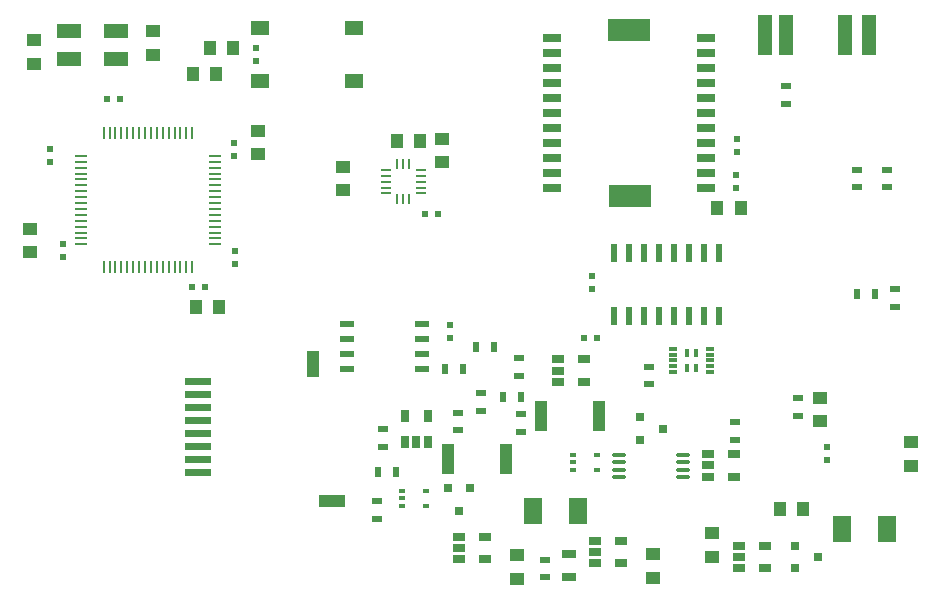
<source format=gtp>
G04 #@! TF.FileFunction,Paste,Top*
%FSLAX46Y46*%
G04 Gerber Fmt 4.6, Leading zero omitted, Abs format (unit mm)*
G04 Created by KiCad (PCBNEW 4.0.2-stable) date 08/11/2016 15:47:43*
%MOMM*%
G01*
G04 APERTURE LIST*
%ADD10C,0.100000*%
%ADD11O,1.300000X0.350000*%
%ADD12R,3.650000X1.900000*%
%ADD13R,1.500000X0.800000*%
%ADD14R,1.000000X1.250000*%
%ADD15R,0.500000X0.600000*%
%ADD16R,1.250000X1.000000*%
%ADD17R,0.600000X0.500000*%
%ADD18R,1.600200X2.199640*%
%ADD19R,0.800100X0.800100*%
%ADD20R,0.900000X0.500000*%
%ADD21R,0.500000X0.900000*%
%ADD22R,1.300000X0.700000*%
%ADD23R,1.550000X1.300000*%
%ADD24R,1.143000X0.508000*%
%ADD25R,0.600000X1.500000*%
%ADD26R,0.850000X0.250000*%
%ADD27R,0.250000X0.850000*%
%ADD28R,1.200000X3.500000*%
%ADD29R,1.060000X0.650000*%
%ADD30R,0.650000X1.060000*%
%ADD31R,0.650000X0.300000*%
%ADD32R,0.465000X0.744000*%
%ADD33R,0.508000X0.304800*%
%ADD34R,2.000000X1.300000*%
%ADD35R,0.250000X1.000000*%
%ADD36R,1.000000X0.250000*%
%ADD37R,1.000000X2.500000*%
G04 APERTURE END LIST*
D10*
D11*
X84517250Y-131095750D03*
X84517250Y-131730750D03*
X84517250Y-132365750D03*
X84517250Y-133000750D03*
X89917250Y-133000750D03*
X89917250Y-132365750D03*
X89917250Y-131730750D03*
X89917250Y-131095750D03*
D12*
X85456700Y-109215800D03*
D13*
X78856700Y-95765800D03*
X78856700Y-97085800D03*
X78856700Y-98355800D03*
X78856700Y-99625800D03*
X78856700Y-100895800D03*
X78856700Y-102165800D03*
X78856700Y-103435800D03*
X78856700Y-104705800D03*
X78856700Y-105975800D03*
X78856700Y-107245800D03*
X78856700Y-108515800D03*
X91856700Y-108515800D03*
X91856700Y-107245800D03*
X91856700Y-105975800D03*
X91856700Y-104705800D03*
X91856700Y-103435800D03*
X91856700Y-102165800D03*
X91856700Y-100895800D03*
X91856700Y-99625800D03*
X91856700Y-98355800D03*
X91856700Y-97085800D03*
X91856700Y-95815800D03*
D12*
X85356700Y-95115800D03*
D14*
X50695100Y-118579900D03*
X48695100Y-118579900D03*
D15*
X70185280Y-120069520D03*
X70185280Y-121169520D03*
X52019200Y-114900800D03*
X52019200Y-113800800D03*
D16*
X53962300Y-103635300D03*
X53962300Y-105635300D03*
D17*
X49521200Y-116890800D03*
X48421200Y-116890800D03*
D15*
X51968400Y-104707600D03*
X51968400Y-105807600D03*
X37439600Y-114342000D03*
X37439600Y-113242000D03*
D17*
X41156800Y-100990400D03*
X42256800Y-100990400D03*
D15*
X36372800Y-106315600D03*
X36372800Y-105215600D03*
X82232500Y-117072500D03*
X82232500Y-115972500D03*
X53771800Y-97755800D03*
X53771800Y-96655800D03*
D16*
X45059600Y-95215200D03*
X45059600Y-97215200D03*
X35001200Y-97977200D03*
X35001200Y-95977200D03*
X34645600Y-111928400D03*
X34645600Y-113928400D03*
D14*
X48441100Y-98831400D03*
X50441100Y-98831400D03*
X49888900Y-96672400D03*
X51888900Y-96672400D03*
D16*
X61137800Y-108708700D03*
X61137800Y-106708700D03*
D15*
X94551500Y-105464700D03*
X94551500Y-104364700D03*
D14*
X67700400Y-104533700D03*
X65700400Y-104533700D03*
D15*
X94462600Y-108525400D03*
X94462600Y-107425400D03*
D16*
X69557900Y-104333800D03*
X69557900Y-106333800D03*
D17*
X68080800Y-110731300D03*
X69180800Y-110731300D03*
X81555500Y-121158000D03*
X82655500Y-121158000D03*
D15*
X102108000Y-130412400D03*
X102108000Y-131512400D03*
D16*
X75882500Y-139589000D03*
X75882500Y-141589000D03*
X101549200Y-126254000D03*
X101549200Y-128254000D03*
X87439500Y-139525500D03*
X87439500Y-141525500D03*
X92392500Y-139747500D03*
X92392500Y-137747500D03*
D14*
X100123500Y-135699500D03*
X98123500Y-135699500D03*
D16*
X109220000Y-130013200D03*
X109220000Y-132013200D03*
D18*
X77284580Y-135826500D03*
X81084420Y-135826500D03*
X107246420Y-137350500D03*
X103446580Y-137350500D03*
D19*
X71943000Y-133873240D03*
X70043000Y-133873240D03*
X70993000Y-135872220D03*
X86273640Y-127929600D03*
X86273640Y-129829600D03*
X88272620Y-128879600D03*
X99392740Y-138813500D03*
X99392740Y-140713500D03*
X101391720Y-139763500D03*
D20*
X104648000Y-106946000D03*
X104648000Y-108446000D03*
X107251500Y-106946000D03*
X107251500Y-108446000D03*
D21*
X73947720Y-121975880D03*
X72447720Y-121975880D03*
X71285800Y-123819920D03*
X69785800Y-123819920D03*
X106190480Y-117454680D03*
X104690480Y-117454680D03*
D20*
X107886500Y-118542500D03*
X107886500Y-117042500D03*
X76047600Y-122897200D03*
X76047600Y-124397200D03*
X70866000Y-127520000D03*
X70866000Y-129020000D03*
D21*
X64147000Y-132524500D03*
X65647000Y-132524500D03*
D20*
X64566800Y-128942400D03*
X64566800Y-130442400D03*
X64008000Y-136513000D03*
X64008000Y-135013000D03*
X78295500Y-139966000D03*
X78295500Y-141466000D03*
D22*
X80327500Y-141412000D03*
X80327500Y-139512000D03*
D20*
X87096600Y-125121100D03*
X87096600Y-123621100D03*
X99669600Y-126300800D03*
X99669600Y-127800800D03*
X76250800Y-127672400D03*
X76250800Y-129172400D03*
D21*
X74738800Y-126187200D03*
X76238800Y-126187200D03*
D20*
X94335600Y-129832800D03*
X94335600Y-128332800D03*
D23*
X54178300Y-99443100D03*
X54178300Y-94943100D03*
X62128300Y-94943100D03*
X62128300Y-99443100D03*
D24*
X67894200Y-120015000D03*
X67894200Y-121285000D03*
X67894200Y-122555000D03*
X67894200Y-123825000D03*
X61544200Y-123825000D03*
X61544200Y-122555000D03*
X61544200Y-121285000D03*
X61544200Y-120015000D03*
D25*
X92989400Y-113974900D03*
X91719400Y-113974900D03*
X90449400Y-113974900D03*
X89179400Y-113974900D03*
X87909400Y-113974900D03*
X86639400Y-113974900D03*
X85369400Y-113974900D03*
X84099400Y-113974900D03*
X84099400Y-119374900D03*
X85369400Y-119374900D03*
X86639400Y-119374900D03*
X87909400Y-119374900D03*
X89179400Y-119374900D03*
X90449400Y-119374900D03*
X91719400Y-119374900D03*
X92989400Y-119374900D03*
D26*
X64793600Y-106962700D03*
X64793600Y-107462700D03*
X64793600Y-107962700D03*
X64793600Y-108462700D03*
X64793600Y-108962700D03*
D27*
X65768600Y-109437700D03*
X66268600Y-109437700D03*
X66768600Y-109437700D03*
D26*
X67743600Y-108962700D03*
X67743600Y-108462700D03*
X67743600Y-107962700D03*
X67743600Y-107462700D03*
X67743600Y-106962700D03*
D27*
X66768600Y-106487700D03*
X66268600Y-106487700D03*
X65768600Y-106487700D03*
D28*
X98693600Y-95529400D03*
X96893600Y-95529400D03*
X103693600Y-95529400D03*
X105693600Y-95529400D03*
D29*
X79367200Y-123002000D03*
X79367200Y-123952000D03*
X79367200Y-124902000D03*
X81567200Y-124902000D03*
X81567200Y-123002000D03*
D30*
X66423500Y-130005000D03*
X67373500Y-130005000D03*
X68323500Y-130005000D03*
X68323500Y-127805000D03*
X66423500Y-127805000D03*
D29*
X70972500Y-138051500D03*
X70972500Y-139001500D03*
X70972500Y-139951500D03*
X73172500Y-139951500D03*
X73172500Y-138051500D03*
D31*
X92202600Y-124101100D03*
X92202600Y-123601100D03*
X92202600Y-123101100D03*
X92202600Y-122601100D03*
X92202600Y-122101100D03*
X89102600Y-122101100D03*
X89102600Y-122601100D03*
X89102600Y-123101100D03*
X89102600Y-123601100D03*
X89102600Y-124101100D03*
D32*
X90265100Y-122481100D03*
X90265100Y-123721100D03*
X91040100Y-122481100D03*
X91040100Y-123721100D03*
D29*
X82466000Y-138369000D03*
X82466000Y-139319000D03*
X82466000Y-140269000D03*
X84666000Y-140269000D03*
X84666000Y-138369000D03*
D33*
X80676750Y-131095750D03*
X80676750Y-132365750D03*
X82708750Y-131095750D03*
X80676750Y-131730750D03*
X82708750Y-132365750D03*
D29*
X92086250Y-131034750D03*
X92086250Y-131984750D03*
X92086250Y-132934750D03*
X94286250Y-132934750D03*
X94286250Y-131034750D03*
X94721500Y-138813500D03*
X94721500Y-139763500D03*
X94721500Y-140713500D03*
X96921500Y-140713500D03*
X96921500Y-138813500D03*
D34*
X41979600Y-95193000D03*
X37979600Y-95193000D03*
X37979600Y-97593000D03*
X41979600Y-97593000D03*
D35*
X48403200Y-103824800D03*
X47903200Y-103824800D03*
X47403200Y-103824800D03*
X46903200Y-103824800D03*
X46403200Y-103824800D03*
X45903200Y-103824800D03*
X45403200Y-103824800D03*
X44903200Y-103824800D03*
X44403200Y-103824800D03*
X43903200Y-103824800D03*
X43403200Y-103824800D03*
X42903200Y-103824800D03*
X42403200Y-103824800D03*
X41903200Y-103824800D03*
X41403200Y-103824800D03*
X40903200Y-103824800D03*
D36*
X38953200Y-105774800D03*
X38953200Y-106274800D03*
X38953200Y-106774800D03*
X38953200Y-107274800D03*
X38953200Y-107774800D03*
X38953200Y-108274800D03*
X38953200Y-108774800D03*
X38953200Y-109274800D03*
X38953200Y-109774800D03*
X38953200Y-110274800D03*
X38953200Y-110774800D03*
X38953200Y-111274800D03*
X38953200Y-111774800D03*
X38953200Y-112274800D03*
X38953200Y-112774800D03*
X38953200Y-113274800D03*
D35*
X40903200Y-115224800D03*
X41403200Y-115224800D03*
X41903200Y-115224800D03*
X42403200Y-115224800D03*
X42903200Y-115224800D03*
X43403200Y-115224800D03*
X43903200Y-115224800D03*
X44403200Y-115224800D03*
X44903200Y-115224800D03*
X45403200Y-115224800D03*
X45903200Y-115224800D03*
X46403200Y-115224800D03*
X46903200Y-115224800D03*
X47403200Y-115224800D03*
X47903200Y-115224800D03*
X48403200Y-115224800D03*
D36*
X50353200Y-113274800D03*
X50353200Y-112774800D03*
X50353200Y-112274800D03*
X50353200Y-111774800D03*
X50353200Y-111274800D03*
X50353200Y-110774800D03*
X50353200Y-110274800D03*
X50353200Y-109774800D03*
X50353200Y-109274800D03*
X50353200Y-108774800D03*
X50353200Y-108274800D03*
X50353200Y-107774800D03*
X50353200Y-107274800D03*
X50353200Y-106774800D03*
X50353200Y-106274800D03*
X50353200Y-105774800D03*
D20*
X98704400Y-99859400D03*
X98704400Y-101359400D03*
D33*
X66167000Y-134112000D03*
X66167000Y-135382000D03*
X68199000Y-134112000D03*
X66167000Y-134747000D03*
X68199000Y-135382000D03*
D37*
X74967000Y-131445000D03*
X70067000Y-131445000D03*
X77966400Y-127812800D03*
X82866400Y-127812800D03*
D20*
X72847200Y-125894400D03*
X72847200Y-127394400D03*
D10*
G36*
X47823120Y-132285740D02*
X50022760Y-132285740D01*
X50022760Y-132885180D01*
X47823120Y-132885180D01*
X47823120Y-132285740D01*
X47823120Y-132285740D01*
G37*
G36*
X47823120Y-131185920D02*
X50022760Y-131185920D01*
X50022760Y-131785360D01*
X47823120Y-131785360D01*
X47823120Y-131185920D01*
X47823120Y-131185920D01*
G37*
G36*
X47823120Y-130086100D02*
X50022760Y-130086100D01*
X50022760Y-130685540D01*
X47823120Y-130685540D01*
X47823120Y-130086100D01*
X47823120Y-130086100D01*
G37*
G36*
X47823120Y-128986280D02*
X50022760Y-128986280D01*
X50022760Y-129585720D01*
X47823120Y-129585720D01*
X47823120Y-128986280D01*
X47823120Y-128986280D01*
G37*
G36*
X47823120Y-127886460D02*
X50022760Y-127886460D01*
X50022760Y-128485900D01*
X47823120Y-128485900D01*
X47823120Y-127886460D01*
X47823120Y-127886460D01*
G37*
G36*
X47823120Y-126784100D02*
X50022760Y-126784100D01*
X50022760Y-127383540D01*
X47823120Y-127383540D01*
X47823120Y-126784100D01*
X47823120Y-126784100D01*
G37*
G36*
X47823120Y-125684280D02*
X50022760Y-125684280D01*
X50022760Y-126283720D01*
X47823120Y-126283720D01*
X47823120Y-125684280D01*
X47823120Y-125684280D01*
G37*
G36*
X47823120Y-124584460D02*
X50022760Y-124584460D01*
X50022760Y-125183900D01*
X47823120Y-125183900D01*
X47823120Y-124584460D01*
X47823120Y-124584460D01*
G37*
G36*
X58122820Y-122285760D02*
X59123580Y-122285760D01*
X59123580Y-124485400D01*
X58122820Y-124485400D01*
X58122820Y-122285760D01*
X58122820Y-122285760D01*
G37*
G36*
X59123580Y-134485380D02*
X61323220Y-134485380D01*
X61323220Y-135486140D01*
X59123580Y-135486140D01*
X59123580Y-134485380D01*
X59123580Y-134485380D01*
G37*
D14*
X92827600Y-110185200D03*
X94827600Y-110185200D03*
M02*

</source>
